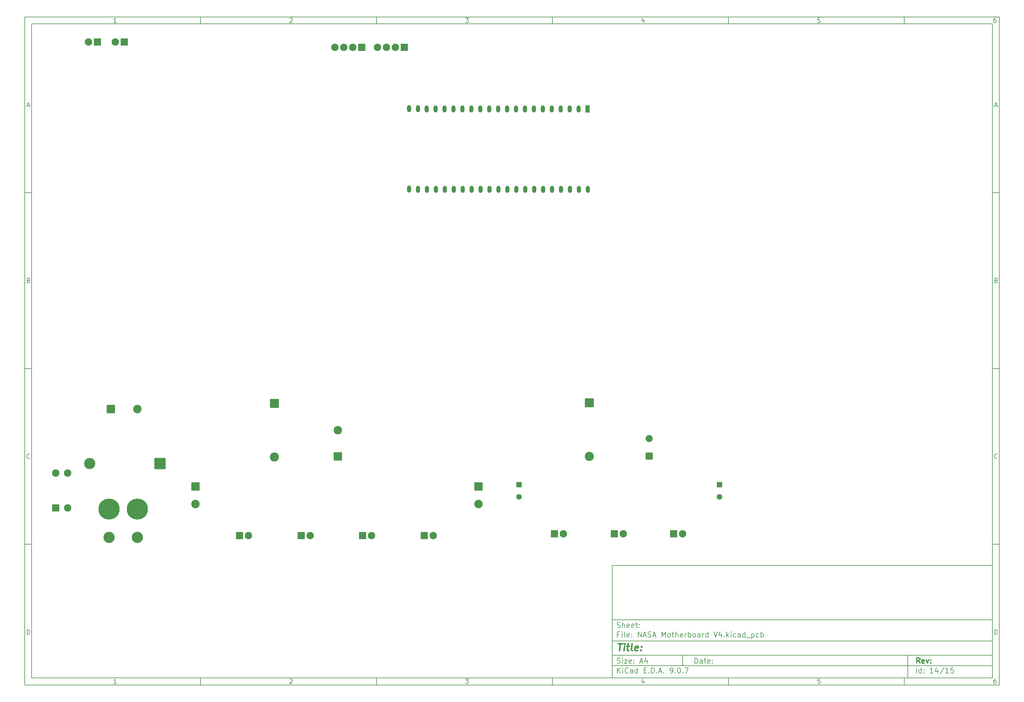
<source format=gbr>
%TF.GenerationSoftware,KiCad,Pcbnew,9.0.7*%
%TF.CreationDate,2026-02-04T11:21:36-05:00*%
%TF.ProjectId,NASA Motherboard V4,4e415341-204d-46f7-9468-6572626f6172,rev?*%
%TF.SameCoordinates,Original*%
%TF.FileFunction,Soldermask,Bot*%
%TF.FilePolarity,Negative*%
%FSLAX46Y46*%
G04 Gerber Fmt 4.6, Leading zero omitted, Abs format (unit mm)*
G04 Created by KiCad (PCBNEW 9.0.7) date 2026-02-04 11:21:36*
%MOMM*%
%LPD*%
G01*
G04 APERTURE LIST*
G04 Aperture macros list*
%AMRoundRect*
0 Rectangle with rounded corners*
0 $1 Rounding radius*
0 $2 $3 $4 $5 $6 $7 $8 $9 X,Y pos of 4 corners*
0 Add a 4 corners polygon primitive as box body*
4,1,4,$2,$3,$4,$5,$6,$7,$8,$9,$2,$3,0*
0 Add four circle primitives for the rounded corners*
1,1,$1+$1,$2,$3*
1,1,$1+$1,$4,$5*
1,1,$1+$1,$6,$7*
1,1,$1+$1,$8,$9*
0 Add four rect primitives between the rounded corners*
20,1,$1+$1,$2,$3,$4,$5,0*
20,1,$1+$1,$4,$5,$6,$7,0*
20,1,$1+$1,$6,$7,$8,$9,0*
20,1,$1+$1,$8,$9,$2,$3,0*%
G04 Aperture macros list end*
%ADD10C,0.100000*%
%ADD11C,0.150000*%
%ADD12C,0.300000*%
%ADD13C,0.400000*%
%ADD14RoundRect,0.250001X0.949999X-0.949999X0.949999X0.949999X-0.949999X0.949999X-0.949999X-0.949999X0*%
%ADD15C,2.400000*%
%ADD16RoundRect,0.250000X-1.050000X1.050000X-1.050000X-1.050000X1.050000X-1.050000X1.050000X1.050000X0*%
%ADD17C,2.600000*%
%ADD18R,2.108200X2.108200*%
%ADD19C,2.108200*%
%ADD20RoundRect,0.250000X1.350000X1.350000X-1.350000X1.350000X-1.350000X-1.350000X1.350000X-1.350000X0*%
%ADD21C,3.200000*%
%ADD22RoundRect,0.250001X0.799999X0.799999X-0.799999X0.799999X-0.799999X-0.799999X0.799999X-0.799999X0*%
%ADD23C,2.100000*%
%ADD24RoundRect,0.250000X-0.550000X0.550000X-0.550000X-0.550000X0.550000X-0.550000X0.550000X0.550000X0*%
%ADD25C,1.600000*%
%ADD26RoundRect,0.250001X-0.799999X-0.799999X0.799999X-0.799999X0.799999X0.799999X-0.799999X0.799999X0*%
%ADD27RoundRect,0.250001X-0.949999X0.949999X-0.949999X-0.949999X0.949999X-0.949999X0.949999X0.949999X0*%
%ADD28RoundRect,0.250001X-0.949999X-0.949999X0.949999X-0.949999X0.949999X0.949999X-0.949999X0.949999X0*%
%ADD29R,1.200000X2.000000*%
%ADD30O,1.200000X2.000000*%
%ADD31RoundRect,0.250000X0.750000X-0.750000X0.750000X0.750000X-0.750000X0.750000X-0.750000X-0.750000X0*%
%ADD32C,2.000000*%
%ADD33C,6.000000*%
G04 APERTURE END LIST*
D10*
D11*
X177002200Y-166007200D02*
X285002200Y-166007200D01*
X285002200Y-198007200D01*
X177002200Y-198007200D01*
X177002200Y-166007200D01*
D10*
D11*
X10000000Y-10000000D02*
X287002200Y-10000000D01*
X287002200Y-200007200D01*
X10000000Y-200007200D01*
X10000000Y-10000000D01*
D10*
D11*
X12000000Y-12000000D02*
X285002200Y-12000000D01*
X285002200Y-198007200D01*
X12000000Y-198007200D01*
X12000000Y-12000000D01*
D10*
D11*
X60000000Y-12000000D02*
X60000000Y-10000000D01*
D10*
D11*
X110000000Y-12000000D02*
X110000000Y-10000000D01*
D10*
D11*
X160000000Y-12000000D02*
X160000000Y-10000000D01*
D10*
D11*
X210000000Y-12000000D02*
X210000000Y-10000000D01*
D10*
D11*
X260000000Y-12000000D02*
X260000000Y-10000000D01*
D10*
D11*
X36089160Y-11593604D02*
X35346303Y-11593604D01*
X35717731Y-11593604D02*
X35717731Y-10293604D01*
X35717731Y-10293604D02*
X35593922Y-10479319D01*
X35593922Y-10479319D02*
X35470112Y-10603128D01*
X35470112Y-10603128D02*
X35346303Y-10665033D01*
D10*
D11*
X85346303Y-10417414D02*
X85408207Y-10355509D01*
X85408207Y-10355509D02*
X85532017Y-10293604D01*
X85532017Y-10293604D02*
X85841541Y-10293604D01*
X85841541Y-10293604D02*
X85965350Y-10355509D01*
X85965350Y-10355509D02*
X86027255Y-10417414D01*
X86027255Y-10417414D02*
X86089160Y-10541223D01*
X86089160Y-10541223D02*
X86089160Y-10665033D01*
X86089160Y-10665033D02*
X86027255Y-10850747D01*
X86027255Y-10850747D02*
X85284398Y-11593604D01*
X85284398Y-11593604D02*
X86089160Y-11593604D01*
D10*
D11*
X135284398Y-10293604D02*
X136089160Y-10293604D01*
X136089160Y-10293604D02*
X135655826Y-10788842D01*
X135655826Y-10788842D02*
X135841541Y-10788842D01*
X135841541Y-10788842D02*
X135965350Y-10850747D01*
X135965350Y-10850747D02*
X136027255Y-10912652D01*
X136027255Y-10912652D02*
X136089160Y-11036461D01*
X136089160Y-11036461D02*
X136089160Y-11345985D01*
X136089160Y-11345985D02*
X136027255Y-11469795D01*
X136027255Y-11469795D02*
X135965350Y-11531700D01*
X135965350Y-11531700D02*
X135841541Y-11593604D01*
X135841541Y-11593604D02*
X135470112Y-11593604D01*
X135470112Y-11593604D02*
X135346303Y-11531700D01*
X135346303Y-11531700D02*
X135284398Y-11469795D01*
D10*
D11*
X185965350Y-10726938D02*
X185965350Y-11593604D01*
X185655826Y-10231700D02*
X185346303Y-11160271D01*
X185346303Y-11160271D02*
X186151064Y-11160271D01*
D10*
D11*
X236027255Y-10293604D02*
X235408207Y-10293604D01*
X235408207Y-10293604D02*
X235346303Y-10912652D01*
X235346303Y-10912652D02*
X235408207Y-10850747D01*
X235408207Y-10850747D02*
X235532017Y-10788842D01*
X235532017Y-10788842D02*
X235841541Y-10788842D01*
X235841541Y-10788842D02*
X235965350Y-10850747D01*
X235965350Y-10850747D02*
X236027255Y-10912652D01*
X236027255Y-10912652D02*
X236089160Y-11036461D01*
X236089160Y-11036461D02*
X236089160Y-11345985D01*
X236089160Y-11345985D02*
X236027255Y-11469795D01*
X236027255Y-11469795D02*
X235965350Y-11531700D01*
X235965350Y-11531700D02*
X235841541Y-11593604D01*
X235841541Y-11593604D02*
X235532017Y-11593604D01*
X235532017Y-11593604D02*
X235408207Y-11531700D01*
X235408207Y-11531700D02*
X235346303Y-11469795D01*
D10*
D11*
X285965350Y-10293604D02*
X285717731Y-10293604D01*
X285717731Y-10293604D02*
X285593922Y-10355509D01*
X285593922Y-10355509D02*
X285532017Y-10417414D01*
X285532017Y-10417414D02*
X285408207Y-10603128D01*
X285408207Y-10603128D02*
X285346303Y-10850747D01*
X285346303Y-10850747D02*
X285346303Y-11345985D01*
X285346303Y-11345985D02*
X285408207Y-11469795D01*
X285408207Y-11469795D02*
X285470112Y-11531700D01*
X285470112Y-11531700D02*
X285593922Y-11593604D01*
X285593922Y-11593604D02*
X285841541Y-11593604D01*
X285841541Y-11593604D02*
X285965350Y-11531700D01*
X285965350Y-11531700D02*
X286027255Y-11469795D01*
X286027255Y-11469795D02*
X286089160Y-11345985D01*
X286089160Y-11345985D02*
X286089160Y-11036461D01*
X286089160Y-11036461D02*
X286027255Y-10912652D01*
X286027255Y-10912652D02*
X285965350Y-10850747D01*
X285965350Y-10850747D02*
X285841541Y-10788842D01*
X285841541Y-10788842D02*
X285593922Y-10788842D01*
X285593922Y-10788842D02*
X285470112Y-10850747D01*
X285470112Y-10850747D02*
X285408207Y-10912652D01*
X285408207Y-10912652D02*
X285346303Y-11036461D01*
D10*
D11*
X60000000Y-198007200D02*
X60000000Y-200007200D01*
D10*
D11*
X110000000Y-198007200D02*
X110000000Y-200007200D01*
D10*
D11*
X160000000Y-198007200D02*
X160000000Y-200007200D01*
D10*
D11*
X210000000Y-198007200D02*
X210000000Y-200007200D01*
D10*
D11*
X260000000Y-198007200D02*
X260000000Y-200007200D01*
D10*
D11*
X36089160Y-199600804D02*
X35346303Y-199600804D01*
X35717731Y-199600804D02*
X35717731Y-198300804D01*
X35717731Y-198300804D02*
X35593922Y-198486519D01*
X35593922Y-198486519D02*
X35470112Y-198610328D01*
X35470112Y-198610328D02*
X35346303Y-198672233D01*
D10*
D11*
X85346303Y-198424614D02*
X85408207Y-198362709D01*
X85408207Y-198362709D02*
X85532017Y-198300804D01*
X85532017Y-198300804D02*
X85841541Y-198300804D01*
X85841541Y-198300804D02*
X85965350Y-198362709D01*
X85965350Y-198362709D02*
X86027255Y-198424614D01*
X86027255Y-198424614D02*
X86089160Y-198548423D01*
X86089160Y-198548423D02*
X86089160Y-198672233D01*
X86089160Y-198672233D02*
X86027255Y-198857947D01*
X86027255Y-198857947D02*
X85284398Y-199600804D01*
X85284398Y-199600804D02*
X86089160Y-199600804D01*
D10*
D11*
X135284398Y-198300804D02*
X136089160Y-198300804D01*
X136089160Y-198300804D02*
X135655826Y-198796042D01*
X135655826Y-198796042D02*
X135841541Y-198796042D01*
X135841541Y-198796042D02*
X135965350Y-198857947D01*
X135965350Y-198857947D02*
X136027255Y-198919852D01*
X136027255Y-198919852D02*
X136089160Y-199043661D01*
X136089160Y-199043661D02*
X136089160Y-199353185D01*
X136089160Y-199353185D02*
X136027255Y-199476995D01*
X136027255Y-199476995D02*
X135965350Y-199538900D01*
X135965350Y-199538900D02*
X135841541Y-199600804D01*
X135841541Y-199600804D02*
X135470112Y-199600804D01*
X135470112Y-199600804D02*
X135346303Y-199538900D01*
X135346303Y-199538900D02*
X135284398Y-199476995D01*
D10*
D11*
X185965350Y-198734138D02*
X185965350Y-199600804D01*
X185655826Y-198238900D02*
X185346303Y-199167471D01*
X185346303Y-199167471D02*
X186151064Y-199167471D01*
D10*
D11*
X236027255Y-198300804D02*
X235408207Y-198300804D01*
X235408207Y-198300804D02*
X235346303Y-198919852D01*
X235346303Y-198919852D02*
X235408207Y-198857947D01*
X235408207Y-198857947D02*
X235532017Y-198796042D01*
X235532017Y-198796042D02*
X235841541Y-198796042D01*
X235841541Y-198796042D02*
X235965350Y-198857947D01*
X235965350Y-198857947D02*
X236027255Y-198919852D01*
X236027255Y-198919852D02*
X236089160Y-199043661D01*
X236089160Y-199043661D02*
X236089160Y-199353185D01*
X236089160Y-199353185D02*
X236027255Y-199476995D01*
X236027255Y-199476995D02*
X235965350Y-199538900D01*
X235965350Y-199538900D02*
X235841541Y-199600804D01*
X235841541Y-199600804D02*
X235532017Y-199600804D01*
X235532017Y-199600804D02*
X235408207Y-199538900D01*
X235408207Y-199538900D02*
X235346303Y-199476995D01*
D10*
D11*
X285965350Y-198300804D02*
X285717731Y-198300804D01*
X285717731Y-198300804D02*
X285593922Y-198362709D01*
X285593922Y-198362709D02*
X285532017Y-198424614D01*
X285532017Y-198424614D02*
X285408207Y-198610328D01*
X285408207Y-198610328D02*
X285346303Y-198857947D01*
X285346303Y-198857947D02*
X285346303Y-199353185D01*
X285346303Y-199353185D02*
X285408207Y-199476995D01*
X285408207Y-199476995D02*
X285470112Y-199538900D01*
X285470112Y-199538900D02*
X285593922Y-199600804D01*
X285593922Y-199600804D02*
X285841541Y-199600804D01*
X285841541Y-199600804D02*
X285965350Y-199538900D01*
X285965350Y-199538900D02*
X286027255Y-199476995D01*
X286027255Y-199476995D02*
X286089160Y-199353185D01*
X286089160Y-199353185D02*
X286089160Y-199043661D01*
X286089160Y-199043661D02*
X286027255Y-198919852D01*
X286027255Y-198919852D02*
X285965350Y-198857947D01*
X285965350Y-198857947D02*
X285841541Y-198796042D01*
X285841541Y-198796042D02*
X285593922Y-198796042D01*
X285593922Y-198796042D02*
X285470112Y-198857947D01*
X285470112Y-198857947D02*
X285408207Y-198919852D01*
X285408207Y-198919852D02*
X285346303Y-199043661D01*
D10*
D11*
X10000000Y-60000000D02*
X12000000Y-60000000D01*
D10*
D11*
X10000000Y-110000000D02*
X12000000Y-110000000D01*
D10*
D11*
X10000000Y-160000000D02*
X12000000Y-160000000D01*
D10*
D11*
X10690476Y-35222176D02*
X11309523Y-35222176D01*
X10566666Y-35593604D02*
X10999999Y-34293604D01*
X10999999Y-34293604D02*
X11433333Y-35593604D01*
D10*
D11*
X11092857Y-84912652D02*
X11278571Y-84974557D01*
X11278571Y-84974557D02*
X11340476Y-85036461D01*
X11340476Y-85036461D02*
X11402380Y-85160271D01*
X11402380Y-85160271D02*
X11402380Y-85345985D01*
X11402380Y-85345985D02*
X11340476Y-85469795D01*
X11340476Y-85469795D02*
X11278571Y-85531700D01*
X11278571Y-85531700D02*
X11154761Y-85593604D01*
X11154761Y-85593604D02*
X10659523Y-85593604D01*
X10659523Y-85593604D02*
X10659523Y-84293604D01*
X10659523Y-84293604D02*
X11092857Y-84293604D01*
X11092857Y-84293604D02*
X11216666Y-84355509D01*
X11216666Y-84355509D02*
X11278571Y-84417414D01*
X11278571Y-84417414D02*
X11340476Y-84541223D01*
X11340476Y-84541223D02*
X11340476Y-84665033D01*
X11340476Y-84665033D02*
X11278571Y-84788842D01*
X11278571Y-84788842D02*
X11216666Y-84850747D01*
X11216666Y-84850747D02*
X11092857Y-84912652D01*
X11092857Y-84912652D02*
X10659523Y-84912652D01*
D10*
D11*
X11402380Y-135469795D02*
X11340476Y-135531700D01*
X11340476Y-135531700D02*
X11154761Y-135593604D01*
X11154761Y-135593604D02*
X11030952Y-135593604D01*
X11030952Y-135593604D02*
X10845238Y-135531700D01*
X10845238Y-135531700D02*
X10721428Y-135407890D01*
X10721428Y-135407890D02*
X10659523Y-135284080D01*
X10659523Y-135284080D02*
X10597619Y-135036461D01*
X10597619Y-135036461D02*
X10597619Y-134850747D01*
X10597619Y-134850747D02*
X10659523Y-134603128D01*
X10659523Y-134603128D02*
X10721428Y-134479319D01*
X10721428Y-134479319D02*
X10845238Y-134355509D01*
X10845238Y-134355509D02*
X11030952Y-134293604D01*
X11030952Y-134293604D02*
X11154761Y-134293604D01*
X11154761Y-134293604D02*
X11340476Y-134355509D01*
X11340476Y-134355509D02*
X11402380Y-134417414D01*
D10*
D11*
X10659523Y-185593604D02*
X10659523Y-184293604D01*
X10659523Y-184293604D02*
X10969047Y-184293604D01*
X10969047Y-184293604D02*
X11154761Y-184355509D01*
X11154761Y-184355509D02*
X11278571Y-184479319D01*
X11278571Y-184479319D02*
X11340476Y-184603128D01*
X11340476Y-184603128D02*
X11402380Y-184850747D01*
X11402380Y-184850747D02*
X11402380Y-185036461D01*
X11402380Y-185036461D02*
X11340476Y-185284080D01*
X11340476Y-185284080D02*
X11278571Y-185407890D01*
X11278571Y-185407890D02*
X11154761Y-185531700D01*
X11154761Y-185531700D02*
X10969047Y-185593604D01*
X10969047Y-185593604D02*
X10659523Y-185593604D01*
D10*
D11*
X287002200Y-60000000D02*
X285002200Y-60000000D01*
D10*
D11*
X287002200Y-110000000D02*
X285002200Y-110000000D01*
D10*
D11*
X287002200Y-160000000D02*
X285002200Y-160000000D01*
D10*
D11*
X285692676Y-35222176D02*
X286311723Y-35222176D01*
X285568866Y-35593604D02*
X286002199Y-34293604D01*
X286002199Y-34293604D02*
X286435533Y-35593604D01*
D10*
D11*
X286095057Y-84912652D02*
X286280771Y-84974557D01*
X286280771Y-84974557D02*
X286342676Y-85036461D01*
X286342676Y-85036461D02*
X286404580Y-85160271D01*
X286404580Y-85160271D02*
X286404580Y-85345985D01*
X286404580Y-85345985D02*
X286342676Y-85469795D01*
X286342676Y-85469795D02*
X286280771Y-85531700D01*
X286280771Y-85531700D02*
X286156961Y-85593604D01*
X286156961Y-85593604D02*
X285661723Y-85593604D01*
X285661723Y-85593604D02*
X285661723Y-84293604D01*
X285661723Y-84293604D02*
X286095057Y-84293604D01*
X286095057Y-84293604D02*
X286218866Y-84355509D01*
X286218866Y-84355509D02*
X286280771Y-84417414D01*
X286280771Y-84417414D02*
X286342676Y-84541223D01*
X286342676Y-84541223D02*
X286342676Y-84665033D01*
X286342676Y-84665033D02*
X286280771Y-84788842D01*
X286280771Y-84788842D02*
X286218866Y-84850747D01*
X286218866Y-84850747D02*
X286095057Y-84912652D01*
X286095057Y-84912652D02*
X285661723Y-84912652D01*
D10*
D11*
X286404580Y-135469795D02*
X286342676Y-135531700D01*
X286342676Y-135531700D02*
X286156961Y-135593604D01*
X286156961Y-135593604D02*
X286033152Y-135593604D01*
X286033152Y-135593604D02*
X285847438Y-135531700D01*
X285847438Y-135531700D02*
X285723628Y-135407890D01*
X285723628Y-135407890D02*
X285661723Y-135284080D01*
X285661723Y-135284080D02*
X285599819Y-135036461D01*
X285599819Y-135036461D02*
X285599819Y-134850747D01*
X285599819Y-134850747D02*
X285661723Y-134603128D01*
X285661723Y-134603128D02*
X285723628Y-134479319D01*
X285723628Y-134479319D02*
X285847438Y-134355509D01*
X285847438Y-134355509D02*
X286033152Y-134293604D01*
X286033152Y-134293604D02*
X286156961Y-134293604D01*
X286156961Y-134293604D02*
X286342676Y-134355509D01*
X286342676Y-134355509D02*
X286404580Y-134417414D01*
D10*
D11*
X285661723Y-185593604D02*
X285661723Y-184293604D01*
X285661723Y-184293604D02*
X285971247Y-184293604D01*
X285971247Y-184293604D02*
X286156961Y-184355509D01*
X286156961Y-184355509D02*
X286280771Y-184479319D01*
X286280771Y-184479319D02*
X286342676Y-184603128D01*
X286342676Y-184603128D02*
X286404580Y-184850747D01*
X286404580Y-184850747D02*
X286404580Y-185036461D01*
X286404580Y-185036461D02*
X286342676Y-185284080D01*
X286342676Y-185284080D02*
X286280771Y-185407890D01*
X286280771Y-185407890D02*
X286156961Y-185531700D01*
X286156961Y-185531700D02*
X285971247Y-185593604D01*
X285971247Y-185593604D02*
X285661723Y-185593604D01*
D10*
D11*
X200458026Y-193793328D02*
X200458026Y-192293328D01*
X200458026Y-192293328D02*
X200815169Y-192293328D01*
X200815169Y-192293328D02*
X201029455Y-192364757D01*
X201029455Y-192364757D02*
X201172312Y-192507614D01*
X201172312Y-192507614D02*
X201243741Y-192650471D01*
X201243741Y-192650471D02*
X201315169Y-192936185D01*
X201315169Y-192936185D02*
X201315169Y-193150471D01*
X201315169Y-193150471D02*
X201243741Y-193436185D01*
X201243741Y-193436185D02*
X201172312Y-193579042D01*
X201172312Y-193579042D02*
X201029455Y-193721900D01*
X201029455Y-193721900D02*
X200815169Y-193793328D01*
X200815169Y-193793328D02*
X200458026Y-193793328D01*
X202600884Y-193793328D02*
X202600884Y-193007614D01*
X202600884Y-193007614D02*
X202529455Y-192864757D01*
X202529455Y-192864757D02*
X202386598Y-192793328D01*
X202386598Y-192793328D02*
X202100884Y-192793328D01*
X202100884Y-192793328D02*
X201958026Y-192864757D01*
X202600884Y-193721900D02*
X202458026Y-193793328D01*
X202458026Y-193793328D02*
X202100884Y-193793328D01*
X202100884Y-193793328D02*
X201958026Y-193721900D01*
X201958026Y-193721900D02*
X201886598Y-193579042D01*
X201886598Y-193579042D02*
X201886598Y-193436185D01*
X201886598Y-193436185D02*
X201958026Y-193293328D01*
X201958026Y-193293328D02*
X202100884Y-193221900D01*
X202100884Y-193221900D02*
X202458026Y-193221900D01*
X202458026Y-193221900D02*
X202600884Y-193150471D01*
X203100884Y-192793328D02*
X203672312Y-192793328D01*
X203315169Y-192293328D02*
X203315169Y-193579042D01*
X203315169Y-193579042D02*
X203386598Y-193721900D01*
X203386598Y-193721900D02*
X203529455Y-193793328D01*
X203529455Y-193793328D02*
X203672312Y-193793328D01*
X204743741Y-193721900D02*
X204600884Y-193793328D01*
X204600884Y-193793328D02*
X204315170Y-193793328D01*
X204315170Y-193793328D02*
X204172312Y-193721900D01*
X204172312Y-193721900D02*
X204100884Y-193579042D01*
X204100884Y-193579042D02*
X204100884Y-193007614D01*
X204100884Y-193007614D02*
X204172312Y-192864757D01*
X204172312Y-192864757D02*
X204315170Y-192793328D01*
X204315170Y-192793328D02*
X204600884Y-192793328D01*
X204600884Y-192793328D02*
X204743741Y-192864757D01*
X204743741Y-192864757D02*
X204815170Y-193007614D01*
X204815170Y-193007614D02*
X204815170Y-193150471D01*
X204815170Y-193150471D02*
X204100884Y-193293328D01*
X205458026Y-193650471D02*
X205529455Y-193721900D01*
X205529455Y-193721900D02*
X205458026Y-193793328D01*
X205458026Y-193793328D02*
X205386598Y-193721900D01*
X205386598Y-193721900D02*
X205458026Y-193650471D01*
X205458026Y-193650471D02*
X205458026Y-193793328D01*
X205458026Y-192864757D02*
X205529455Y-192936185D01*
X205529455Y-192936185D02*
X205458026Y-193007614D01*
X205458026Y-193007614D02*
X205386598Y-192936185D01*
X205386598Y-192936185D02*
X205458026Y-192864757D01*
X205458026Y-192864757D02*
X205458026Y-193007614D01*
D10*
D11*
X177002200Y-194507200D02*
X285002200Y-194507200D01*
D10*
D11*
X178458026Y-196593328D02*
X178458026Y-195093328D01*
X179315169Y-196593328D02*
X178672312Y-195736185D01*
X179315169Y-195093328D02*
X178458026Y-195950471D01*
X179958026Y-196593328D02*
X179958026Y-195593328D01*
X179958026Y-195093328D02*
X179886598Y-195164757D01*
X179886598Y-195164757D02*
X179958026Y-195236185D01*
X179958026Y-195236185D02*
X180029455Y-195164757D01*
X180029455Y-195164757D02*
X179958026Y-195093328D01*
X179958026Y-195093328D02*
X179958026Y-195236185D01*
X181529455Y-196450471D02*
X181458027Y-196521900D01*
X181458027Y-196521900D02*
X181243741Y-196593328D01*
X181243741Y-196593328D02*
X181100884Y-196593328D01*
X181100884Y-196593328D02*
X180886598Y-196521900D01*
X180886598Y-196521900D02*
X180743741Y-196379042D01*
X180743741Y-196379042D02*
X180672312Y-196236185D01*
X180672312Y-196236185D02*
X180600884Y-195950471D01*
X180600884Y-195950471D02*
X180600884Y-195736185D01*
X180600884Y-195736185D02*
X180672312Y-195450471D01*
X180672312Y-195450471D02*
X180743741Y-195307614D01*
X180743741Y-195307614D02*
X180886598Y-195164757D01*
X180886598Y-195164757D02*
X181100884Y-195093328D01*
X181100884Y-195093328D02*
X181243741Y-195093328D01*
X181243741Y-195093328D02*
X181458027Y-195164757D01*
X181458027Y-195164757D02*
X181529455Y-195236185D01*
X182815170Y-196593328D02*
X182815170Y-195807614D01*
X182815170Y-195807614D02*
X182743741Y-195664757D01*
X182743741Y-195664757D02*
X182600884Y-195593328D01*
X182600884Y-195593328D02*
X182315170Y-195593328D01*
X182315170Y-195593328D02*
X182172312Y-195664757D01*
X182815170Y-196521900D02*
X182672312Y-196593328D01*
X182672312Y-196593328D02*
X182315170Y-196593328D01*
X182315170Y-196593328D02*
X182172312Y-196521900D01*
X182172312Y-196521900D02*
X182100884Y-196379042D01*
X182100884Y-196379042D02*
X182100884Y-196236185D01*
X182100884Y-196236185D02*
X182172312Y-196093328D01*
X182172312Y-196093328D02*
X182315170Y-196021900D01*
X182315170Y-196021900D02*
X182672312Y-196021900D01*
X182672312Y-196021900D02*
X182815170Y-195950471D01*
X184172313Y-196593328D02*
X184172313Y-195093328D01*
X184172313Y-196521900D02*
X184029455Y-196593328D01*
X184029455Y-196593328D02*
X183743741Y-196593328D01*
X183743741Y-196593328D02*
X183600884Y-196521900D01*
X183600884Y-196521900D02*
X183529455Y-196450471D01*
X183529455Y-196450471D02*
X183458027Y-196307614D01*
X183458027Y-196307614D02*
X183458027Y-195879042D01*
X183458027Y-195879042D02*
X183529455Y-195736185D01*
X183529455Y-195736185D02*
X183600884Y-195664757D01*
X183600884Y-195664757D02*
X183743741Y-195593328D01*
X183743741Y-195593328D02*
X184029455Y-195593328D01*
X184029455Y-195593328D02*
X184172313Y-195664757D01*
X186029455Y-195807614D02*
X186529455Y-195807614D01*
X186743741Y-196593328D02*
X186029455Y-196593328D01*
X186029455Y-196593328D02*
X186029455Y-195093328D01*
X186029455Y-195093328D02*
X186743741Y-195093328D01*
X187386598Y-196450471D02*
X187458027Y-196521900D01*
X187458027Y-196521900D02*
X187386598Y-196593328D01*
X187386598Y-196593328D02*
X187315170Y-196521900D01*
X187315170Y-196521900D02*
X187386598Y-196450471D01*
X187386598Y-196450471D02*
X187386598Y-196593328D01*
X188100884Y-196593328D02*
X188100884Y-195093328D01*
X188100884Y-195093328D02*
X188458027Y-195093328D01*
X188458027Y-195093328D02*
X188672313Y-195164757D01*
X188672313Y-195164757D02*
X188815170Y-195307614D01*
X188815170Y-195307614D02*
X188886599Y-195450471D01*
X188886599Y-195450471D02*
X188958027Y-195736185D01*
X188958027Y-195736185D02*
X188958027Y-195950471D01*
X188958027Y-195950471D02*
X188886599Y-196236185D01*
X188886599Y-196236185D02*
X188815170Y-196379042D01*
X188815170Y-196379042D02*
X188672313Y-196521900D01*
X188672313Y-196521900D02*
X188458027Y-196593328D01*
X188458027Y-196593328D02*
X188100884Y-196593328D01*
X189600884Y-196450471D02*
X189672313Y-196521900D01*
X189672313Y-196521900D02*
X189600884Y-196593328D01*
X189600884Y-196593328D02*
X189529456Y-196521900D01*
X189529456Y-196521900D02*
X189600884Y-196450471D01*
X189600884Y-196450471D02*
X189600884Y-196593328D01*
X190243742Y-196164757D02*
X190958028Y-196164757D01*
X190100885Y-196593328D02*
X190600885Y-195093328D01*
X190600885Y-195093328D02*
X191100885Y-196593328D01*
X191600884Y-196450471D02*
X191672313Y-196521900D01*
X191672313Y-196521900D02*
X191600884Y-196593328D01*
X191600884Y-196593328D02*
X191529456Y-196521900D01*
X191529456Y-196521900D02*
X191600884Y-196450471D01*
X191600884Y-196450471D02*
X191600884Y-196593328D01*
X193529456Y-196593328D02*
X193815170Y-196593328D01*
X193815170Y-196593328D02*
X193958027Y-196521900D01*
X193958027Y-196521900D02*
X194029456Y-196450471D01*
X194029456Y-196450471D02*
X194172313Y-196236185D01*
X194172313Y-196236185D02*
X194243742Y-195950471D01*
X194243742Y-195950471D02*
X194243742Y-195379042D01*
X194243742Y-195379042D02*
X194172313Y-195236185D01*
X194172313Y-195236185D02*
X194100885Y-195164757D01*
X194100885Y-195164757D02*
X193958027Y-195093328D01*
X193958027Y-195093328D02*
X193672313Y-195093328D01*
X193672313Y-195093328D02*
X193529456Y-195164757D01*
X193529456Y-195164757D02*
X193458027Y-195236185D01*
X193458027Y-195236185D02*
X193386599Y-195379042D01*
X193386599Y-195379042D02*
X193386599Y-195736185D01*
X193386599Y-195736185D02*
X193458027Y-195879042D01*
X193458027Y-195879042D02*
X193529456Y-195950471D01*
X193529456Y-195950471D02*
X193672313Y-196021900D01*
X193672313Y-196021900D02*
X193958027Y-196021900D01*
X193958027Y-196021900D02*
X194100885Y-195950471D01*
X194100885Y-195950471D02*
X194172313Y-195879042D01*
X194172313Y-195879042D02*
X194243742Y-195736185D01*
X194886598Y-196450471D02*
X194958027Y-196521900D01*
X194958027Y-196521900D02*
X194886598Y-196593328D01*
X194886598Y-196593328D02*
X194815170Y-196521900D01*
X194815170Y-196521900D02*
X194886598Y-196450471D01*
X194886598Y-196450471D02*
X194886598Y-196593328D01*
X195886599Y-195093328D02*
X196029456Y-195093328D01*
X196029456Y-195093328D02*
X196172313Y-195164757D01*
X196172313Y-195164757D02*
X196243742Y-195236185D01*
X196243742Y-195236185D02*
X196315170Y-195379042D01*
X196315170Y-195379042D02*
X196386599Y-195664757D01*
X196386599Y-195664757D02*
X196386599Y-196021900D01*
X196386599Y-196021900D02*
X196315170Y-196307614D01*
X196315170Y-196307614D02*
X196243742Y-196450471D01*
X196243742Y-196450471D02*
X196172313Y-196521900D01*
X196172313Y-196521900D02*
X196029456Y-196593328D01*
X196029456Y-196593328D02*
X195886599Y-196593328D01*
X195886599Y-196593328D02*
X195743742Y-196521900D01*
X195743742Y-196521900D02*
X195672313Y-196450471D01*
X195672313Y-196450471D02*
X195600884Y-196307614D01*
X195600884Y-196307614D02*
X195529456Y-196021900D01*
X195529456Y-196021900D02*
X195529456Y-195664757D01*
X195529456Y-195664757D02*
X195600884Y-195379042D01*
X195600884Y-195379042D02*
X195672313Y-195236185D01*
X195672313Y-195236185D02*
X195743742Y-195164757D01*
X195743742Y-195164757D02*
X195886599Y-195093328D01*
X197029455Y-196450471D02*
X197100884Y-196521900D01*
X197100884Y-196521900D02*
X197029455Y-196593328D01*
X197029455Y-196593328D02*
X196958027Y-196521900D01*
X196958027Y-196521900D02*
X197029455Y-196450471D01*
X197029455Y-196450471D02*
X197029455Y-196593328D01*
X197600884Y-195093328D02*
X198600884Y-195093328D01*
X198600884Y-195093328D02*
X197958027Y-196593328D01*
D10*
D11*
X177002200Y-191507200D02*
X285002200Y-191507200D01*
D10*
D12*
X264413853Y-193785528D02*
X263913853Y-193071242D01*
X263556710Y-193785528D02*
X263556710Y-192285528D01*
X263556710Y-192285528D02*
X264128139Y-192285528D01*
X264128139Y-192285528D02*
X264270996Y-192356957D01*
X264270996Y-192356957D02*
X264342425Y-192428385D01*
X264342425Y-192428385D02*
X264413853Y-192571242D01*
X264413853Y-192571242D02*
X264413853Y-192785528D01*
X264413853Y-192785528D02*
X264342425Y-192928385D01*
X264342425Y-192928385D02*
X264270996Y-192999814D01*
X264270996Y-192999814D02*
X264128139Y-193071242D01*
X264128139Y-193071242D02*
X263556710Y-193071242D01*
X265628139Y-193714100D02*
X265485282Y-193785528D01*
X265485282Y-193785528D02*
X265199568Y-193785528D01*
X265199568Y-193785528D02*
X265056710Y-193714100D01*
X265056710Y-193714100D02*
X264985282Y-193571242D01*
X264985282Y-193571242D02*
X264985282Y-192999814D01*
X264985282Y-192999814D02*
X265056710Y-192856957D01*
X265056710Y-192856957D02*
X265199568Y-192785528D01*
X265199568Y-192785528D02*
X265485282Y-192785528D01*
X265485282Y-192785528D02*
X265628139Y-192856957D01*
X265628139Y-192856957D02*
X265699568Y-192999814D01*
X265699568Y-192999814D02*
X265699568Y-193142671D01*
X265699568Y-193142671D02*
X264985282Y-193285528D01*
X266199567Y-192785528D02*
X266556710Y-193785528D01*
X266556710Y-193785528D02*
X266913853Y-192785528D01*
X267485281Y-193642671D02*
X267556710Y-193714100D01*
X267556710Y-193714100D02*
X267485281Y-193785528D01*
X267485281Y-193785528D02*
X267413853Y-193714100D01*
X267413853Y-193714100D02*
X267485281Y-193642671D01*
X267485281Y-193642671D02*
X267485281Y-193785528D01*
X267485281Y-192856957D02*
X267556710Y-192928385D01*
X267556710Y-192928385D02*
X267485281Y-192999814D01*
X267485281Y-192999814D02*
X267413853Y-192928385D01*
X267413853Y-192928385D02*
X267485281Y-192856957D01*
X267485281Y-192856957D02*
X267485281Y-192999814D01*
D10*
D11*
X178386598Y-193721900D02*
X178600884Y-193793328D01*
X178600884Y-193793328D02*
X178958026Y-193793328D01*
X178958026Y-193793328D02*
X179100884Y-193721900D01*
X179100884Y-193721900D02*
X179172312Y-193650471D01*
X179172312Y-193650471D02*
X179243741Y-193507614D01*
X179243741Y-193507614D02*
X179243741Y-193364757D01*
X179243741Y-193364757D02*
X179172312Y-193221900D01*
X179172312Y-193221900D02*
X179100884Y-193150471D01*
X179100884Y-193150471D02*
X178958026Y-193079042D01*
X178958026Y-193079042D02*
X178672312Y-193007614D01*
X178672312Y-193007614D02*
X178529455Y-192936185D01*
X178529455Y-192936185D02*
X178458026Y-192864757D01*
X178458026Y-192864757D02*
X178386598Y-192721900D01*
X178386598Y-192721900D02*
X178386598Y-192579042D01*
X178386598Y-192579042D02*
X178458026Y-192436185D01*
X178458026Y-192436185D02*
X178529455Y-192364757D01*
X178529455Y-192364757D02*
X178672312Y-192293328D01*
X178672312Y-192293328D02*
X179029455Y-192293328D01*
X179029455Y-192293328D02*
X179243741Y-192364757D01*
X179886597Y-193793328D02*
X179886597Y-192793328D01*
X179886597Y-192293328D02*
X179815169Y-192364757D01*
X179815169Y-192364757D02*
X179886597Y-192436185D01*
X179886597Y-192436185D02*
X179958026Y-192364757D01*
X179958026Y-192364757D02*
X179886597Y-192293328D01*
X179886597Y-192293328D02*
X179886597Y-192436185D01*
X180458026Y-192793328D02*
X181243741Y-192793328D01*
X181243741Y-192793328D02*
X180458026Y-193793328D01*
X180458026Y-193793328D02*
X181243741Y-193793328D01*
X182386598Y-193721900D02*
X182243741Y-193793328D01*
X182243741Y-193793328D02*
X181958027Y-193793328D01*
X181958027Y-193793328D02*
X181815169Y-193721900D01*
X181815169Y-193721900D02*
X181743741Y-193579042D01*
X181743741Y-193579042D02*
X181743741Y-193007614D01*
X181743741Y-193007614D02*
X181815169Y-192864757D01*
X181815169Y-192864757D02*
X181958027Y-192793328D01*
X181958027Y-192793328D02*
X182243741Y-192793328D01*
X182243741Y-192793328D02*
X182386598Y-192864757D01*
X182386598Y-192864757D02*
X182458027Y-193007614D01*
X182458027Y-193007614D02*
X182458027Y-193150471D01*
X182458027Y-193150471D02*
X181743741Y-193293328D01*
X183100883Y-193650471D02*
X183172312Y-193721900D01*
X183172312Y-193721900D02*
X183100883Y-193793328D01*
X183100883Y-193793328D02*
X183029455Y-193721900D01*
X183029455Y-193721900D02*
X183100883Y-193650471D01*
X183100883Y-193650471D02*
X183100883Y-193793328D01*
X183100883Y-192864757D02*
X183172312Y-192936185D01*
X183172312Y-192936185D02*
X183100883Y-193007614D01*
X183100883Y-193007614D02*
X183029455Y-192936185D01*
X183029455Y-192936185D02*
X183100883Y-192864757D01*
X183100883Y-192864757D02*
X183100883Y-193007614D01*
X184886598Y-193364757D02*
X185600884Y-193364757D01*
X184743741Y-193793328D02*
X185243741Y-192293328D01*
X185243741Y-192293328D02*
X185743741Y-193793328D01*
X186886598Y-192793328D02*
X186886598Y-193793328D01*
X186529455Y-192221900D02*
X186172312Y-193293328D01*
X186172312Y-193293328D02*
X187100883Y-193293328D01*
D10*
D11*
X263458026Y-196593328D02*
X263458026Y-195093328D01*
X264815170Y-196593328D02*
X264815170Y-195093328D01*
X264815170Y-196521900D02*
X264672312Y-196593328D01*
X264672312Y-196593328D02*
X264386598Y-196593328D01*
X264386598Y-196593328D02*
X264243741Y-196521900D01*
X264243741Y-196521900D02*
X264172312Y-196450471D01*
X264172312Y-196450471D02*
X264100884Y-196307614D01*
X264100884Y-196307614D02*
X264100884Y-195879042D01*
X264100884Y-195879042D02*
X264172312Y-195736185D01*
X264172312Y-195736185D02*
X264243741Y-195664757D01*
X264243741Y-195664757D02*
X264386598Y-195593328D01*
X264386598Y-195593328D02*
X264672312Y-195593328D01*
X264672312Y-195593328D02*
X264815170Y-195664757D01*
X265529455Y-196450471D02*
X265600884Y-196521900D01*
X265600884Y-196521900D02*
X265529455Y-196593328D01*
X265529455Y-196593328D02*
X265458027Y-196521900D01*
X265458027Y-196521900D02*
X265529455Y-196450471D01*
X265529455Y-196450471D02*
X265529455Y-196593328D01*
X265529455Y-195664757D02*
X265600884Y-195736185D01*
X265600884Y-195736185D02*
X265529455Y-195807614D01*
X265529455Y-195807614D02*
X265458027Y-195736185D01*
X265458027Y-195736185D02*
X265529455Y-195664757D01*
X265529455Y-195664757D02*
X265529455Y-195807614D01*
X268172313Y-196593328D02*
X267315170Y-196593328D01*
X267743741Y-196593328D02*
X267743741Y-195093328D01*
X267743741Y-195093328D02*
X267600884Y-195307614D01*
X267600884Y-195307614D02*
X267458027Y-195450471D01*
X267458027Y-195450471D02*
X267315170Y-195521900D01*
X269458027Y-195593328D02*
X269458027Y-196593328D01*
X269100884Y-195021900D02*
X268743741Y-196093328D01*
X268743741Y-196093328D02*
X269672312Y-196093328D01*
X271315169Y-195021900D02*
X270029455Y-196950471D01*
X272600884Y-196593328D02*
X271743741Y-196593328D01*
X272172312Y-196593328D02*
X272172312Y-195093328D01*
X272172312Y-195093328D02*
X272029455Y-195307614D01*
X272029455Y-195307614D02*
X271886598Y-195450471D01*
X271886598Y-195450471D02*
X271743741Y-195521900D01*
X273958026Y-195093328D02*
X273243740Y-195093328D01*
X273243740Y-195093328D02*
X273172312Y-195807614D01*
X273172312Y-195807614D02*
X273243740Y-195736185D01*
X273243740Y-195736185D02*
X273386598Y-195664757D01*
X273386598Y-195664757D02*
X273743740Y-195664757D01*
X273743740Y-195664757D02*
X273886598Y-195736185D01*
X273886598Y-195736185D02*
X273958026Y-195807614D01*
X273958026Y-195807614D02*
X274029455Y-195950471D01*
X274029455Y-195950471D02*
X274029455Y-196307614D01*
X274029455Y-196307614D02*
X273958026Y-196450471D01*
X273958026Y-196450471D02*
X273886598Y-196521900D01*
X273886598Y-196521900D02*
X273743740Y-196593328D01*
X273743740Y-196593328D02*
X273386598Y-196593328D01*
X273386598Y-196593328D02*
X273243740Y-196521900D01*
X273243740Y-196521900D02*
X273172312Y-196450471D01*
D10*
D11*
X177002200Y-187507200D02*
X285002200Y-187507200D01*
D10*
D13*
X178693928Y-188211638D02*
X179836785Y-188211638D01*
X179015357Y-190211638D02*
X179265357Y-188211638D01*
X180253452Y-190211638D02*
X180420119Y-188878304D01*
X180503452Y-188211638D02*
X180396309Y-188306876D01*
X180396309Y-188306876D02*
X180479643Y-188402114D01*
X180479643Y-188402114D02*
X180586786Y-188306876D01*
X180586786Y-188306876D02*
X180503452Y-188211638D01*
X180503452Y-188211638D02*
X180479643Y-188402114D01*
X181086786Y-188878304D02*
X181848690Y-188878304D01*
X181455833Y-188211638D02*
X181241548Y-189925923D01*
X181241548Y-189925923D02*
X181312976Y-190116400D01*
X181312976Y-190116400D02*
X181491548Y-190211638D01*
X181491548Y-190211638D02*
X181682024Y-190211638D01*
X182634405Y-190211638D02*
X182455833Y-190116400D01*
X182455833Y-190116400D02*
X182384405Y-189925923D01*
X182384405Y-189925923D02*
X182598690Y-188211638D01*
X184170119Y-190116400D02*
X183967738Y-190211638D01*
X183967738Y-190211638D02*
X183586785Y-190211638D01*
X183586785Y-190211638D02*
X183408214Y-190116400D01*
X183408214Y-190116400D02*
X183336785Y-189925923D01*
X183336785Y-189925923D02*
X183432024Y-189164019D01*
X183432024Y-189164019D02*
X183551071Y-188973542D01*
X183551071Y-188973542D02*
X183753452Y-188878304D01*
X183753452Y-188878304D02*
X184134404Y-188878304D01*
X184134404Y-188878304D02*
X184312976Y-188973542D01*
X184312976Y-188973542D02*
X184384404Y-189164019D01*
X184384404Y-189164019D02*
X184360595Y-189354495D01*
X184360595Y-189354495D02*
X183384404Y-189544971D01*
X185134405Y-190021161D02*
X185217738Y-190116400D01*
X185217738Y-190116400D02*
X185110595Y-190211638D01*
X185110595Y-190211638D02*
X185027262Y-190116400D01*
X185027262Y-190116400D02*
X185134405Y-190021161D01*
X185134405Y-190021161D02*
X185110595Y-190211638D01*
X185265357Y-188973542D02*
X185348690Y-189068780D01*
X185348690Y-189068780D02*
X185241548Y-189164019D01*
X185241548Y-189164019D02*
X185158214Y-189068780D01*
X185158214Y-189068780D02*
X185265357Y-188973542D01*
X185265357Y-188973542D02*
X185241548Y-189164019D01*
D10*
D11*
X178958026Y-185607614D02*
X178458026Y-185607614D01*
X178458026Y-186393328D02*
X178458026Y-184893328D01*
X178458026Y-184893328D02*
X179172312Y-184893328D01*
X179743740Y-186393328D02*
X179743740Y-185393328D01*
X179743740Y-184893328D02*
X179672312Y-184964757D01*
X179672312Y-184964757D02*
X179743740Y-185036185D01*
X179743740Y-185036185D02*
X179815169Y-184964757D01*
X179815169Y-184964757D02*
X179743740Y-184893328D01*
X179743740Y-184893328D02*
X179743740Y-185036185D01*
X180672312Y-186393328D02*
X180529455Y-186321900D01*
X180529455Y-186321900D02*
X180458026Y-186179042D01*
X180458026Y-186179042D02*
X180458026Y-184893328D01*
X181815169Y-186321900D02*
X181672312Y-186393328D01*
X181672312Y-186393328D02*
X181386598Y-186393328D01*
X181386598Y-186393328D02*
X181243740Y-186321900D01*
X181243740Y-186321900D02*
X181172312Y-186179042D01*
X181172312Y-186179042D02*
X181172312Y-185607614D01*
X181172312Y-185607614D02*
X181243740Y-185464757D01*
X181243740Y-185464757D02*
X181386598Y-185393328D01*
X181386598Y-185393328D02*
X181672312Y-185393328D01*
X181672312Y-185393328D02*
X181815169Y-185464757D01*
X181815169Y-185464757D02*
X181886598Y-185607614D01*
X181886598Y-185607614D02*
X181886598Y-185750471D01*
X181886598Y-185750471D02*
X181172312Y-185893328D01*
X182529454Y-186250471D02*
X182600883Y-186321900D01*
X182600883Y-186321900D02*
X182529454Y-186393328D01*
X182529454Y-186393328D02*
X182458026Y-186321900D01*
X182458026Y-186321900D02*
X182529454Y-186250471D01*
X182529454Y-186250471D02*
X182529454Y-186393328D01*
X182529454Y-185464757D02*
X182600883Y-185536185D01*
X182600883Y-185536185D02*
X182529454Y-185607614D01*
X182529454Y-185607614D02*
X182458026Y-185536185D01*
X182458026Y-185536185D02*
X182529454Y-185464757D01*
X182529454Y-185464757D02*
X182529454Y-185607614D01*
X184386597Y-186393328D02*
X184386597Y-184893328D01*
X184386597Y-184893328D02*
X185243740Y-186393328D01*
X185243740Y-186393328D02*
X185243740Y-184893328D01*
X185886598Y-185964757D02*
X186600884Y-185964757D01*
X185743741Y-186393328D02*
X186243741Y-184893328D01*
X186243741Y-184893328D02*
X186743741Y-186393328D01*
X187172312Y-186321900D02*
X187386598Y-186393328D01*
X187386598Y-186393328D02*
X187743740Y-186393328D01*
X187743740Y-186393328D02*
X187886598Y-186321900D01*
X187886598Y-186321900D02*
X187958026Y-186250471D01*
X187958026Y-186250471D02*
X188029455Y-186107614D01*
X188029455Y-186107614D02*
X188029455Y-185964757D01*
X188029455Y-185964757D02*
X187958026Y-185821900D01*
X187958026Y-185821900D02*
X187886598Y-185750471D01*
X187886598Y-185750471D02*
X187743740Y-185679042D01*
X187743740Y-185679042D02*
X187458026Y-185607614D01*
X187458026Y-185607614D02*
X187315169Y-185536185D01*
X187315169Y-185536185D02*
X187243740Y-185464757D01*
X187243740Y-185464757D02*
X187172312Y-185321900D01*
X187172312Y-185321900D02*
X187172312Y-185179042D01*
X187172312Y-185179042D02*
X187243740Y-185036185D01*
X187243740Y-185036185D02*
X187315169Y-184964757D01*
X187315169Y-184964757D02*
X187458026Y-184893328D01*
X187458026Y-184893328D02*
X187815169Y-184893328D01*
X187815169Y-184893328D02*
X188029455Y-184964757D01*
X188600883Y-185964757D02*
X189315169Y-185964757D01*
X188458026Y-186393328D02*
X188958026Y-184893328D01*
X188958026Y-184893328D02*
X189458026Y-186393328D01*
X191100882Y-186393328D02*
X191100882Y-184893328D01*
X191100882Y-184893328D02*
X191600882Y-185964757D01*
X191600882Y-185964757D02*
X192100882Y-184893328D01*
X192100882Y-184893328D02*
X192100882Y-186393328D01*
X193029454Y-186393328D02*
X192886597Y-186321900D01*
X192886597Y-186321900D02*
X192815168Y-186250471D01*
X192815168Y-186250471D02*
X192743740Y-186107614D01*
X192743740Y-186107614D02*
X192743740Y-185679042D01*
X192743740Y-185679042D02*
X192815168Y-185536185D01*
X192815168Y-185536185D02*
X192886597Y-185464757D01*
X192886597Y-185464757D02*
X193029454Y-185393328D01*
X193029454Y-185393328D02*
X193243740Y-185393328D01*
X193243740Y-185393328D02*
X193386597Y-185464757D01*
X193386597Y-185464757D02*
X193458026Y-185536185D01*
X193458026Y-185536185D02*
X193529454Y-185679042D01*
X193529454Y-185679042D02*
X193529454Y-186107614D01*
X193529454Y-186107614D02*
X193458026Y-186250471D01*
X193458026Y-186250471D02*
X193386597Y-186321900D01*
X193386597Y-186321900D02*
X193243740Y-186393328D01*
X193243740Y-186393328D02*
X193029454Y-186393328D01*
X193958026Y-185393328D02*
X194529454Y-185393328D01*
X194172311Y-184893328D02*
X194172311Y-186179042D01*
X194172311Y-186179042D02*
X194243740Y-186321900D01*
X194243740Y-186321900D02*
X194386597Y-186393328D01*
X194386597Y-186393328D02*
X194529454Y-186393328D01*
X195029454Y-186393328D02*
X195029454Y-184893328D01*
X195672312Y-186393328D02*
X195672312Y-185607614D01*
X195672312Y-185607614D02*
X195600883Y-185464757D01*
X195600883Y-185464757D02*
X195458026Y-185393328D01*
X195458026Y-185393328D02*
X195243740Y-185393328D01*
X195243740Y-185393328D02*
X195100883Y-185464757D01*
X195100883Y-185464757D02*
X195029454Y-185536185D01*
X196958026Y-186321900D02*
X196815169Y-186393328D01*
X196815169Y-186393328D02*
X196529455Y-186393328D01*
X196529455Y-186393328D02*
X196386597Y-186321900D01*
X196386597Y-186321900D02*
X196315169Y-186179042D01*
X196315169Y-186179042D02*
X196315169Y-185607614D01*
X196315169Y-185607614D02*
X196386597Y-185464757D01*
X196386597Y-185464757D02*
X196529455Y-185393328D01*
X196529455Y-185393328D02*
X196815169Y-185393328D01*
X196815169Y-185393328D02*
X196958026Y-185464757D01*
X196958026Y-185464757D02*
X197029455Y-185607614D01*
X197029455Y-185607614D02*
X197029455Y-185750471D01*
X197029455Y-185750471D02*
X196315169Y-185893328D01*
X197672311Y-186393328D02*
X197672311Y-185393328D01*
X197672311Y-185679042D02*
X197743740Y-185536185D01*
X197743740Y-185536185D02*
X197815169Y-185464757D01*
X197815169Y-185464757D02*
X197958026Y-185393328D01*
X197958026Y-185393328D02*
X198100883Y-185393328D01*
X198600882Y-186393328D02*
X198600882Y-184893328D01*
X198600882Y-185464757D02*
X198743740Y-185393328D01*
X198743740Y-185393328D02*
X199029454Y-185393328D01*
X199029454Y-185393328D02*
X199172311Y-185464757D01*
X199172311Y-185464757D02*
X199243740Y-185536185D01*
X199243740Y-185536185D02*
X199315168Y-185679042D01*
X199315168Y-185679042D02*
X199315168Y-186107614D01*
X199315168Y-186107614D02*
X199243740Y-186250471D01*
X199243740Y-186250471D02*
X199172311Y-186321900D01*
X199172311Y-186321900D02*
X199029454Y-186393328D01*
X199029454Y-186393328D02*
X198743740Y-186393328D01*
X198743740Y-186393328D02*
X198600882Y-186321900D01*
X200172311Y-186393328D02*
X200029454Y-186321900D01*
X200029454Y-186321900D02*
X199958025Y-186250471D01*
X199958025Y-186250471D02*
X199886597Y-186107614D01*
X199886597Y-186107614D02*
X199886597Y-185679042D01*
X199886597Y-185679042D02*
X199958025Y-185536185D01*
X199958025Y-185536185D02*
X200029454Y-185464757D01*
X200029454Y-185464757D02*
X200172311Y-185393328D01*
X200172311Y-185393328D02*
X200386597Y-185393328D01*
X200386597Y-185393328D02*
X200529454Y-185464757D01*
X200529454Y-185464757D02*
X200600883Y-185536185D01*
X200600883Y-185536185D02*
X200672311Y-185679042D01*
X200672311Y-185679042D02*
X200672311Y-186107614D01*
X200672311Y-186107614D02*
X200600883Y-186250471D01*
X200600883Y-186250471D02*
X200529454Y-186321900D01*
X200529454Y-186321900D02*
X200386597Y-186393328D01*
X200386597Y-186393328D02*
X200172311Y-186393328D01*
X201958026Y-186393328D02*
X201958026Y-185607614D01*
X201958026Y-185607614D02*
X201886597Y-185464757D01*
X201886597Y-185464757D02*
X201743740Y-185393328D01*
X201743740Y-185393328D02*
X201458026Y-185393328D01*
X201458026Y-185393328D02*
X201315168Y-185464757D01*
X201958026Y-186321900D02*
X201815168Y-186393328D01*
X201815168Y-186393328D02*
X201458026Y-186393328D01*
X201458026Y-186393328D02*
X201315168Y-186321900D01*
X201315168Y-186321900D02*
X201243740Y-186179042D01*
X201243740Y-186179042D02*
X201243740Y-186036185D01*
X201243740Y-186036185D02*
X201315168Y-185893328D01*
X201315168Y-185893328D02*
X201458026Y-185821900D01*
X201458026Y-185821900D02*
X201815168Y-185821900D01*
X201815168Y-185821900D02*
X201958026Y-185750471D01*
X202672311Y-186393328D02*
X202672311Y-185393328D01*
X202672311Y-185679042D02*
X202743740Y-185536185D01*
X202743740Y-185536185D02*
X202815169Y-185464757D01*
X202815169Y-185464757D02*
X202958026Y-185393328D01*
X202958026Y-185393328D02*
X203100883Y-185393328D01*
X204243740Y-186393328D02*
X204243740Y-184893328D01*
X204243740Y-186321900D02*
X204100882Y-186393328D01*
X204100882Y-186393328D02*
X203815168Y-186393328D01*
X203815168Y-186393328D02*
X203672311Y-186321900D01*
X203672311Y-186321900D02*
X203600882Y-186250471D01*
X203600882Y-186250471D02*
X203529454Y-186107614D01*
X203529454Y-186107614D02*
X203529454Y-185679042D01*
X203529454Y-185679042D02*
X203600882Y-185536185D01*
X203600882Y-185536185D02*
X203672311Y-185464757D01*
X203672311Y-185464757D02*
X203815168Y-185393328D01*
X203815168Y-185393328D02*
X204100882Y-185393328D01*
X204100882Y-185393328D02*
X204243740Y-185464757D01*
X205886597Y-184893328D02*
X206386597Y-186393328D01*
X206386597Y-186393328D02*
X206886597Y-184893328D01*
X208029454Y-185393328D02*
X208029454Y-186393328D01*
X207672311Y-184821900D02*
X207315168Y-185893328D01*
X207315168Y-185893328D02*
X208243739Y-185893328D01*
X208815167Y-186250471D02*
X208886596Y-186321900D01*
X208886596Y-186321900D02*
X208815167Y-186393328D01*
X208815167Y-186393328D02*
X208743739Y-186321900D01*
X208743739Y-186321900D02*
X208815167Y-186250471D01*
X208815167Y-186250471D02*
X208815167Y-186393328D01*
X209529453Y-186393328D02*
X209529453Y-184893328D01*
X209672311Y-185821900D02*
X210100882Y-186393328D01*
X210100882Y-185393328D02*
X209529453Y-185964757D01*
X210743739Y-186393328D02*
X210743739Y-185393328D01*
X210743739Y-184893328D02*
X210672311Y-184964757D01*
X210672311Y-184964757D02*
X210743739Y-185036185D01*
X210743739Y-185036185D02*
X210815168Y-184964757D01*
X210815168Y-184964757D02*
X210743739Y-184893328D01*
X210743739Y-184893328D02*
X210743739Y-185036185D01*
X212100883Y-186321900D02*
X211958025Y-186393328D01*
X211958025Y-186393328D02*
X211672311Y-186393328D01*
X211672311Y-186393328D02*
X211529454Y-186321900D01*
X211529454Y-186321900D02*
X211458025Y-186250471D01*
X211458025Y-186250471D02*
X211386597Y-186107614D01*
X211386597Y-186107614D02*
X211386597Y-185679042D01*
X211386597Y-185679042D02*
X211458025Y-185536185D01*
X211458025Y-185536185D02*
X211529454Y-185464757D01*
X211529454Y-185464757D02*
X211672311Y-185393328D01*
X211672311Y-185393328D02*
X211958025Y-185393328D01*
X211958025Y-185393328D02*
X212100883Y-185464757D01*
X213386597Y-186393328D02*
X213386597Y-185607614D01*
X213386597Y-185607614D02*
X213315168Y-185464757D01*
X213315168Y-185464757D02*
X213172311Y-185393328D01*
X213172311Y-185393328D02*
X212886597Y-185393328D01*
X212886597Y-185393328D02*
X212743739Y-185464757D01*
X213386597Y-186321900D02*
X213243739Y-186393328D01*
X213243739Y-186393328D02*
X212886597Y-186393328D01*
X212886597Y-186393328D02*
X212743739Y-186321900D01*
X212743739Y-186321900D02*
X212672311Y-186179042D01*
X212672311Y-186179042D02*
X212672311Y-186036185D01*
X212672311Y-186036185D02*
X212743739Y-185893328D01*
X212743739Y-185893328D02*
X212886597Y-185821900D01*
X212886597Y-185821900D02*
X213243739Y-185821900D01*
X213243739Y-185821900D02*
X213386597Y-185750471D01*
X214743740Y-186393328D02*
X214743740Y-184893328D01*
X214743740Y-186321900D02*
X214600882Y-186393328D01*
X214600882Y-186393328D02*
X214315168Y-186393328D01*
X214315168Y-186393328D02*
X214172311Y-186321900D01*
X214172311Y-186321900D02*
X214100882Y-186250471D01*
X214100882Y-186250471D02*
X214029454Y-186107614D01*
X214029454Y-186107614D02*
X214029454Y-185679042D01*
X214029454Y-185679042D02*
X214100882Y-185536185D01*
X214100882Y-185536185D02*
X214172311Y-185464757D01*
X214172311Y-185464757D02*
X214315168Y-185393328D01*
X214315168Y-185393328D02*
X214600882Y-185393328D01*
X214600882Y-185393328D02*
X214743740Y-185464757D01*
X215100883Y-186536185D02*
X216243740Y-186536185D01*
X216600882Y-185393328D02*
X216600882Y-186893328D01*
X216600882Y-185464757D02*
X216743740Y-185393328D01*
X216743740Y-185393328D02*
X217029454Y-185393328D01*
X217029454Y-185393328D02*
X217172311Y-185464757D01*
X217172311Y-185464757D02*
X217243740Y-185536185D01*
X217243740Y-185536185D02*
X217315168Y-185679042D01*
X217315168Y-185679042D02*
X217315168Y-186107614D01*
X217315168Y-186107614D02*
X217243740Y-186250471D01*
X217243740Y-186250471D02*
X217172311Y-186321900D01*
X217172311Y-186321900D02*
X217029454Y-186393328D01*
X217029454Y-186393328D02*
X216743740Y-186393328D01*
X216743740Y-186393328D02*
X216600882Y-186321900D01*
X218600883Y-186321900D02*
X218458025Y-186393328D01*
X218458025Y-186393328D02*
X218172311Y-186393328D01*
X218172311Y-186393328D02*
X218029454Y-186321900D01*
X218029454Y-186321900D02*
X217958025Y-186250471D01*
X217958025Y-186250471D02*
X217886597Y-186107614D01*
X217886597Y-186107614D02*
X217886597Y-185679042D01*
X217886597Y-185679042D02*
X217958025Y-185536185D01*
X217958025Y-185536185D02*
X218029454Y-185464757D01*
X218029454Y-185464757D02*
X218172311Y-185393328D01*
X218172311Y-185393328D02*
X218458025Y-185393328D01*
X218458025Y-185393328D02*
X218600883Y-185464757D01*
X219243739Y-186393328D02*
X219243739Y-184893328D01*
X219243739Y-185464757D02*
X219386597Y-185393328D01*
X219386597Y-185393328D02*
X219672311Y-185393328D01*
X219672311Y-185393328D02*
X219815168Y-185464757D01*
X219815168Y-185464757D02*
X219886597Y-185536185D01*
X219886597Y-185536185D02*
X219958025Y-185679042D01*
X219958025Y-185679042D02*
X219958025Y-186107614D01*
X219958025Y-186107614D02*
X219886597Y-186250471D01*
X219886597Y-186250471D02*
X219815168Y-186321900D01*
X219815168Y-186321900D02*
X219672311Y-186393328D01*
X219672311Y-186393328D02*
X219386597Y-186393328D01*
X219386597Y-186393328D02*
X219243739Y-186321900D01*
D10*
D11*
X177002200Y-181507200D02*
X285002200Y-181507200D01*
D10*
D11*
X178386598Y-183621900D02*
X178600884Y-183693328D01*
X178600884Y-183693328D02*
X178958026Y-183693328D01*
X178958026Y-183693328D02*
X179100884Y-183621900D01*
X179100884Y-183621900D02*
X179172312Y-183550471D01*
X179172312Y-183550471D02*
X179243741Y-183407614D01*
X179243741Y-183407614D02*
X179243741Y-183264757D01*
X179243741Y-183264757D02*
X179172312Y-183121900D01*
X179172312Y-183121900D02*
X179100884Y-183050471D01*
X179100884Y-183050471D02*
X178958026Y-182979042D01*
X178958026Y-182979042D02*
X178672312Y-182907614D01*
X178672312Y-182907614D02*
X178529455Y-182836185D01*
X178529455Y-182836185D02*
X178458026Y-182764757D01*
X178458026Y-182764757D02*
X178386598Y-182621900D01*
X178386598Y-182621900D02*
X178386598Y-182479042D01*
X178386598Y-182479042D02*
X178458026Y-182336185D01*
X178458026Y-182336185D02*
X178529455Y-182264757D01*
X178529455Y-182264757D02*
X178672312Y-182193328D01*
X178672312Y-182193328D02*
X179029455Y-182193328D01*
X179029455Y-182193328D02*
X179243741Y-182264757D01*
X179886597Y-183693328D02*
X179886597Y-182193328D01*
X180529455Y-183693328D02*
X180529455Y-182907614D01*
X180529455Y-182907614D02*
X180458026Y-182764757D01*
X180458026Y-182764757D02*
X180315169Y-182693328D01*
X180315169Y-182693328D02*
X180100883Y-182693328D01*
X180100883Y-182693328D02*
X179958026Y-182764757D01*
X179958026Y-182764757D02*
X179886597Y-182836185D01*
X181815169Y-183621900D02*
X181672312Y-183693328D01*
X181672312Y-183693328D02*
X181386598Y-183693328D01*
X181386598Y-183693328D02*
X181243740Y-183621900D01*
X181243740Y-183621900D02*
X181172312Y-183479042D01*
X181172312Y-183479042D02*
X181172312Y-182907614D01*
X181172312Y-182907614D02*
X181243740Y-182764757D01*
X181243740Y-182764757D02*
X181386598Y-182693328D01*
X181386598Y-182693328D02*
X181672312Y-182693328D01*
X181672312Y-182693328D02*
X181815169Y-182764757D01*
X181815169Y-182764757D02*
X181886598Y-182907614D01*
X181886598Y-182907614D02*
X181886598Y-183050471D01*
X181886598Y-183050471D02*
X181172312Y-183193328D01*
X183100883Y-183621900D02*
X182958026Y-183693328D01*
X182958026Y-183693328D02*
X182672312Y-183693328D01*
X182672312Y-183693328D02*
X182529454Y-183621900D01*
X182529454Y-183621900D02*
X182458026Y-183479042D01*
X182458026Y-183479042D02*
X182458026Y-182907614D01*
X182458026Y-182907614D02*
X182529454Y-182764757D01*
X182529454Y-182764757D02*
X182672312Y-182693328D01*
X182672312Y-182693328D02*
X182958026Y-182693328D01*
X182958026Y-182693328D02*
X183100883Y-182764757D01*
X183100883Y-182764757D02*
X183172312Y-182907614D01*
X183172312Y-182907614D02*
X183172312Y-183050471D01*
X183172312Y-183050471D02*
X182458026Y-183193328D01*
X183600883Y-182693328D02*
X184172311Y-182693328D01*
X183815168Y-182193328D02*
X183815168Y-183479042D01*
X183815168Y-183479042D02*
X183886597Y-183621900D01*
X183886597Y-183621900D02*
X184029454Y-183693328D01*
X184029454Y-183693328D02*
X184172311Y-183693328D01*
X184672311Y-183550471D02*
X184743740Y-183621900D01*
X184743740Y-183621900D02*
X184672311Y-183693328D01*
X184672311Y-183693328D02*
X184600883Y-183621900D01*
X184600883Y-183621900D02*
X184672311Y-183550471D01*
X184672311Y-183550471D02*
X184672311Y-183693328D01*
X184672311Y-182764757D02*
X184743740Y-182836185D01*
X184743740Y-182836185D02*
X184672311Y-182907614D01*
X184672311Y-182907614D02*
X184600883Y-182836185D01*
X184600883Y-182836185D02*
X184672311Y-182764757D01*
X184672311Y-182764757D02*
X184672311Y-182907614D01*
D10*
D11*
X197002200Y-191507200D02*
X197002200Y-194507200D01*
D10*
D11*
X261002200Y-191507200D02*
X261002200Y-198007200D01*
D14*
%TO.C,C302*%
X99000000Y-135012755D03*
D15*
X99000000Y-127512755D03*
%TD*%
D16*
%TO.C,D301*%
X81000000Y-119880000D03*
D17*
X81000000Y-135120000D03*
%TD*%
D18*
%TO.C,F101*%
X18798200Y-149597400D03*
D19*
X22201800Y-149597400D03*
X22201800Y-139691400D03*
X18798200Y-139691400D03*
%TD*%
D20*
%TO.C,D101*%
X48487246Y-137000000D03*
D21*
X28487246Y-137000000D03*
%TD*%
D22*
%TO.C,J102*%
X30680000Y-17132500D03*
D23*
X28140000Y-17132500D03*
%TD*%
D24*
%TO.C,C316*%
X207500000Y-143000000D03*
D25*
X207500000Y-146500000D03*
%TD*%
D26*
%TO.C,J106*%
X123590000Y-157500000D03*
D23*
X126130000Y-157500000D03*
%TD*%
D27*
%TO.C,C301*%
X58500000Y-143500000D03*
D15*
X58500000Y-148500000D03*
%TD*%
D27*
%TO.C,C303*%
X139000000Y-143500000D03*
D15*
X139000000Y-148500000D03*
%TD*%
D26*
%TO.C,J109*%
X194460000Y-157000000D03*
D23*
X197000000Y-157000000D03*
%TD*%
D28*
%TO.C,C103*%
X34500000Y-121500000D03*
D15*
X42000000Y-121500000D03*
%TD*%
D26*
%TO.C,J104*%
X88590000Y-157500000D03*
D23*
X91130000Y-157500000D03*
%TD*%
D29*
%TO.C,U101*%
X170000000Y-36140000D03*
D30*
X167460000Y-36140000D03*
X164920000Y-36140000D03*
X162380000Y-36140000D03*
X159840000Y-36140000D03*
X157300000Y-36140000D03*
X154760000Y-36140000D03*
X152220000Y-36140000D03*
X149680000Y-36140000D03*
X147140000Y-36140000D03*
X144600000Y-36140000D03*
X142060000Y-36140000D03*
X139520000Y-36140000D03*
X136980000Y-36140000D03*
X134440000Y-36140000D03*
X131900000Y-36140000D03*
X129360000Y-36140000D03*
X126820000Y-36140000D03*
X124280000Y-36140000D03*
X121742720Y-36136320D03*
X119202720Y-36136320D03*
X119202720Y-58996320D03*
X121742720Y-59000000D03*
X124282720Y-59000000D03*
X126822720Y-59000000D03*
X129362720Y-59000000D03*
X131902720Y-59000000D03*
X134442720Y-59000000D03*
X136982720Y-59000000D03*
X139522720Y-59000000D03*
X142062720Y-59000000D03*
X144602720Y-59000000D03*
X147142720Y-59000000D03*
X149682720Y-59000000D03*
X152222720Y-59000000D03*
X154762720Y-59000000D03*
X157302720Y-59000000D03*
X159842720Y-59000000D03*
X162382720Y-59000000D03*
X164922720Y-59000000D03*
X167462720Y-59000000D03*
X170002720Y-59000000D03*
%TD*%
D16*
%TO.C,D302*%
X170500000Y-119760000D03*
D17*
X170500000Y-135000000D03*
%TD*%
D26*
%TO.C,J103*%
X71090000Y-157500000D03*
D23*
X73630000Y-157500000D03*
%TD*%
D22*
%TO.C,J101*%
X38270000Y-17132500D03*
D23*
X35730000Y-17132500D03*
%TD*%
D31*
%TO.C,C317*%
X187500000Y-134867677D03*
D32*
X187500000Y-129867677D03*
%TD*%
D22*
%TO.C,J110*%
X117855000Y-18632500D03*
D23*
X115315000Y-18632500D03*
X112775000Y-18632500D03*
X110235000Y-18632500D03*
%TD*%
D22*
%TO.C,J111*%
X105815000Y-18632500D03*
D23*
X103275000Y-18632500D03*
X100735000Y-18632500D03*
X98195000Y-18632500D03*
%TD*%
D24*
%TO.C,C318*%
X150500000Y-143000000D03*
D25*
X150500000Y-146500000D03*
%TD*%
D21*
%TO.C,U102*%
X34000000Y-158000000D03*
X42000000Y-158000000D03*
D33*
X34000000Y-150000000D03*
X42000000Y-150000000D03*
%TD*%
D26*
%TO.C,J108*%
X177550000Y-157000000D03*
D23*
X180090000Y-157000000D03*
%TD*%
D26*
%TO.C,J107*%
X160550000Y-157000000D03*
D23*
X163090000Y-157000000D03*
%TD*%
D26*
%TO.C,J105*%
X106050000Y-157500000D03*
D23*
X108590000Y-157500000D03*
%TD*%
M02*

</source>
